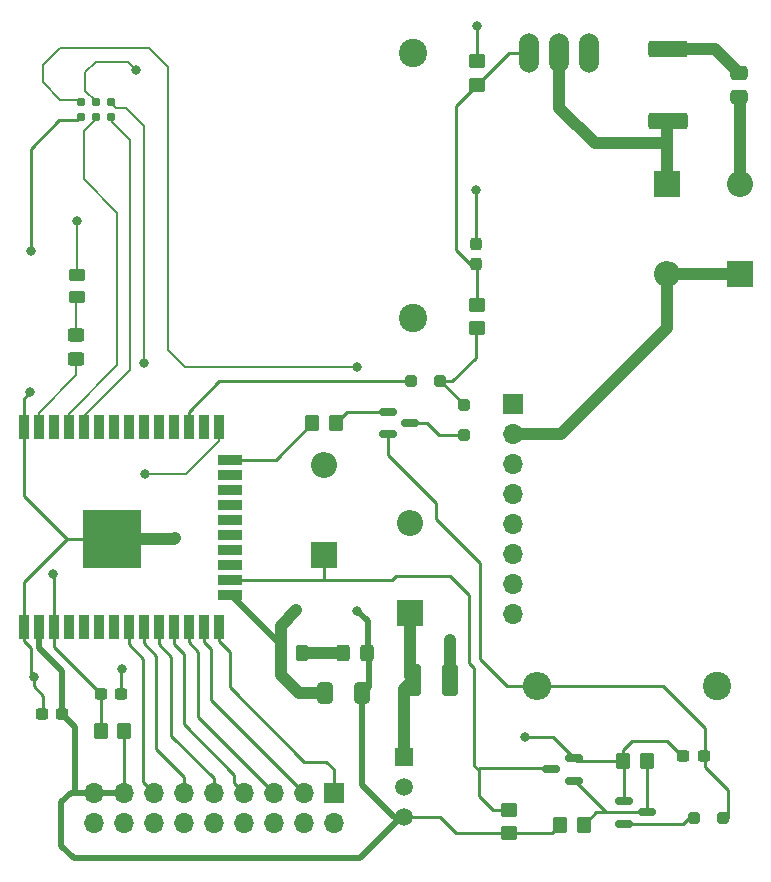
<source format=gtl>
G04 #@! TF.GenerationSoftware,KiCad,Pcbnew,(7.0.0-0)*
G04 #@! TF.CreationDate,2023-03-22T08:14:14+00:00*
G04 #@! TF.ProjectId,ESP_AC_CDI_1,4553505f-4143-45f4-9344-495f312e6b69,rev?*
G04 #@! TF.SameCoordinates,Original*
G04 #@! TF.FileFunction,Copper,L1,Top*
G04 #@! TF.FilePolarity,Positive*
%FSLAX46Y46*%
G04 Gerber Fmt 4.6, Leading zero omitted, Abs format (unit mm)*
G04 Created by KiCad (PCBNEW (7.0.0-0)) date 2023-03-22 08:14:14*
%MOMM*%
%LPD*%
G01*
G04 APERTURE LIST*
G04 Aperture macros list*
%AMRoundRect*
0 Rectangle with rounded corners*
0 $1 Rounding radius*
0 $2 $3 $4 $5 $6 $7 $8 $9 X,Y pos of 4 corners*
0 Add a 4 corners polygon primitive as box body*
4,1,4,$2,$3,$4,$5,$6,$7,$8,$9,$2,$3,0*
0 Add four circle primitives for the rounded corners*
1,1,$1+$1,$2,$3*
1,1,$1+$1,$4,$5*
1,1,$1+$1,$6,$7*
1,1,$1+$1,$8,$9*
0 Add four rect primitives between the rounded corners*
20,1,$1+$1,$2,$3,$4,$5,0*
20,1,$1+$1,$4,$5,$6,$7,0*
20,1,$1+$1,$6,$7,$8,$9,0*
20,1,$1+$1,$8,$9,$2,$3,0*%
G04 Aperture macros list end*
G04 #@! TA.AperFunction,SMDPad,CuDef*
%ADD10RoundRect,0.250000X-0.475000X0.337500X-0.475000X-0.337500X0.475000X-0.337500X0.475000X0.337500X0*%
G04 #@! TD*
G04 #@! TA.AperFunction,ComponentPad*
%ADD11O,2.200000X2.200000*%
G04 #@! TD*
G04 #@! TA.AperFunction,ComponentPad*
%ADD12R,2.200000X2.200000*%
G04 #@! TD*
G04 #@! TA.AperFunction,SMDPad,CuDef*
%ADD13RoundRect,0.249999X1.425001X-0.450001X1.425001X0.450001X-1.425001X0.450001X-1.425001X-0.450001X0*%
G04 #@! TD*
G04 #@! TA.AperFunction,SMDPad,CuDef*
%ADD14RoundRect,0.237500X-0.300000X-0.237500X0.300000X-0.237500X0.300000X0.237500X-0.300000X0.237500X0*%
G04 #@! TD*
G04 #@! TA.AperFunction,SMDPad,CuDef*
%ADD15RoundRect,0.237500X0.300000X0.237500X-0.300000X0.237500X-0.300000X-0.237500X0.300000X-0.237500X0*%
G04 #@! TD*
G04 #@! TA.AperFunction,SMDPad,CuDef*
%ADD16RoundRect,0.250000X0.250000X0.250000X-0.250000X0.250000X-0.250000X-0.250000X0.250000X-0.250000X0*%
G04 #@! TD*
G04 #@! TA.AperFunction,SMDPad,CuDef*
%ADD17RoundRect,0.250000X-0.250000X0.250000X-0.250000X-0.250000X0.250000X-0.250000X0.250000X0.250000X0*%
G04 #@! TD*
G04 #@! TA.AperFunction,SMDPad,CuDef*
%ADD18RoundRect,0.250000X-0.325000X-0.450000X0.325000X-0.450000X0.325000X0.450000X-0.325000X0.450000X0*%
G04 #@! TD*
G04 #@! TA.AperFunction,SMDPad,CuDef*
%ADD19RoundRect,0.250000X-0.350000X-0.450000X0.350000X-0.450000X0.350000X0.450000X-0.350000X0.450000X0*%
G04 #@! TD*
G04 #@! TA.AperFunction,SMDPad,CuDef*
%ADD20R,0.900000X2.000000*%
G04 #@! TD*
G04 #@! TA.AperFunction,SMDPad,CuDef*
%ADD21R,2.000000X0.900000*%
G04 #@! TD*
G04 #@! TA.AperFunction,SMDPad,CuDef*
%ADD22R,5.000000X5.000000*%
G04 #@! TD*
G04 #@! TA.AperFunction,ComponentPad*
%ADD23C,1.498600*%
G04 #@! TD*
G04 #@! TA.AperFunction,ComponentPad*
%ADD24R,1.498600X1.498600*%
G04 #@! TD*
G04 #@! TA.AperFunction,SMDPad,CuDef*
%ADD25RoundRect,0.250000X-0.412500X-1.100000X0.412500X-1.100000X0.412500X1.100000X-0.412500X1.100000X0*%
G04 #@! TD*
G04 #@! TA.AperFunction,SMDPad,CuDef*
%ADD26RoundRect,0.250000X0.350000X0.450000X-0.350000X0.450000X-0.350000X-0.450000X0.350000X-0.450000X0*%
G04 #@! TD*
G04 #@! TA.AperFunction,SMDPad,CuDef*
%ADD27RoundRect,0.250000X-0.450000X0.325000X-0.450000X-0.325000X0.450000X-0.325000X0.450000X0.325000X0*%
G04 #@! TD*
G04 #@! TA.AperFunction,ComponentPad*
%ADD28O,1.676400X3.352800*%
G04 #@! TD*
G04 #@! TA.AperFunction,SMDPad,CuDef*
%ADD29RoundRect,0.150000X0.587500X0.150000X-0.587500X0.150000X-0.587500X-0.150000X0.587500X-0.150000X0*%
G04 #@! TD*
G04 #@! TA.AperFunction,SMDPad,CuDef*
%ADD30RoundRect,0.250000X0.450000X-0.350000X0.450000X0.350000X-0.450000X0.350000X-0.450000X-0.350000X0*%
G04 #@! TD*
G04 #@! TA.AperFunction,SMDPad,CuDef*
%ADD31RoundRect,0.250000X-0.262500X-0.450000X0.262500X-0.450000X0.262500X0.450000X-0.262500X0.450000X0*%
G04 #@! TD*
G04 #@! TA.AperFunction,SMDPad,CuDef*
%ADD32RoundRect,0.250000X-0.450000X0.350000X-0.450000X-0.350000X0.450000X-0.350000X0.450000X0.350000X0*%
G04 #@! TD*
G04 #@! TA.AperFunction,ComponentPad*
%ADD33C,2.400000*%
G04 #@! TD*
G04 #@! TA.AperFunction,SMDPad,CuDef*
%ADD34RoundRect,0.150000X-0.587500X-0.150000X0.587500X-0.150000X0.587500X0.150000X-0.587500X0.150000X0*%
G04 #@! TD*
G04 #@! TA.AperFunction,ComponentPad*
%ADD35R,1.700000X1.700000*%
G04 #@! TD*
G04 #@! TA.AperFunction,ComponentPad*
%ADD36O,1.700000X1.700000*%
G04 #@! TD*
G04 #@! TA.AperFunction,ComponentPad*
%ADD37O,2.400000X2.400000*%
G04 #@! TD*
G04 #@! TA.AperFunction,SMDPad,CuDef*
%ADD38C,0.787400*%
G04 #@! TD*
G04 #@! TA.AperFunction,SMDPad,CuDef*
%ADD39RoundRect,0.237500X0.237500X-0.300000X0.237500X0.300000X-0.237500X0.300000X-0.237500X-0.300000X0*%
G04 #@! TD*
G04 #@! TA.AperFunction,SMDPad,CuDef*
%ADD40RoundRect,0.250000X-0.450000X0.262500X-0.450000X-0.262500X0.450000X-0.262500X0.450000X0.262500X0*%
G04 #@! TD*
G04 #@! TA.AperFunction,SMDPad,CuDef*
%ADD41RoundRect,0.250000X0.412500X0.650000X-0.412500X0.650000X-0.412500X-0.650000X0.412500X-0.650000X0*%
G04 #@! TD*
G04 #@! TA.AperFunction,ViaPad*
%ADD42C,0.800000*%
G04 #@! TD*
G04 #@! TA.AperFunction,Conductor*
%ADD43C,0.500000*%
G04 #@! TD*
G04 #@! TA.AperFunction,Conductor*
%ADD44C,0.250000*%
G04 #@! TD*
G04 #@! TA.AperFunction,Conductor*
%ADD45C,0.200000*%
G04 #@! TD*
G04 #@! TA.AperFunction,Conductor*
%ADD46C,1.000000*%
G04 #@! TD*
G04 APERTURE END LIST*
D10*
X226550000Y-85212500D03*
X226550000Y-87287500D03*
D11*
X226609999Y-94609999D03*
D12*
X226609999Y-102229999D03*
D13*
X220490000Y-83200000D03*
X220490000Y-89300000D03*
D12*
X220429999Y-94609999D03*
D11*
X220429999Y-102229999D03*
D12*
X191439999Y-125999999D03*
D11*
X191439999Y-118379999D03*
D14*
X172517500Y-137830000D03*
X174242500Y-137830000D03*
D15*
X169252500Y-139510000D03*
X167527500Y-139510000D03*
X223562500Y-143050000D03*
X221837500Y-143050000D03*
D16*
X201230000Y-111330000D03*
X198730000Y-111330000D03*
X225210000Y-148280000D03*
X222710000Y-148280000D03*
D12*
X198669999Y-130949999D03*
D11*
X198669999Y-123329999D03*
D17*
X203280000Y-113322500D03*
X203280000Y-115822500D03*
D18*
X193000000Y-134300000D03*
X195050000Y-134300000D03*
D19*
X211400000Y-148850000D03*
X213400000Y-148850000D03*
D20*
X165974999Y-132159999D03*
X167244999Y-132159999D03*
X168514999Y-132159999D03*
X169784999Y-132159999D03*
X171054999Y-132159999D03*
X172324999Y-132159999D03*
X173594999Y-132159999D03*
X174864999Y-132159999D03*
X176134999Y-132159999D03*
X177404999Y-132159999D03*
X178674999Y-132159999D03*
X179944999Y-132159999D03*
X181214999Y-132159999D03*
X182484999Y-132159999D03*
D21*
X183484999Y-129374999D03*
X183484999Y-128104999D03*
X183484999Y-126834999D03*
X183484999Y-125564999D03*
X183484999Y-124294999D03*
X183484999Y-123024999D03*
X183484999Y-121754999D03*
X183484999Y-120484999D03*
X183484999Y-119214999D03*
X183484999Y-117944999D03*
D20*
X182484999Y-115159999D03*
X181214999Y-115159999D03*
X179944999Y-115159999D03*
X178674999Y-115159999D03*
X177404999Y-115159999D03*
X176134999Y-115159999D03*
X174864999Y-115159999D03*
X173594999Y-115159999D03*
X172324999Y-115159999D03*
X171054999Y-115159999D03*
X169784999Y-115159999D03*
X168514999Y-115159999D03*
X167244999Y-115159999D03*
X165974999Y-115159999D03*
D22*
X173474999Y-124659999D03*
D23*
X198175000Y-148165000D03*
X198175000Y-145625000D03*
D24*
X198174999Y-143084999D03*
D25*
X198975000Y-136600000D03*
X202100000Y-136600000D03*
D26*
X218750000Y-143470000D03*
X216750000Y-143470000D03*
D27*
X170420000Y-107375000D03*
X170420000Y-109425000D03*
D28*
X211289999Y-83499999D03*
X213829999Y-83499999D03*
X208749999Y-83499999D03*
D29*
X212537500Y-145120000D03*
X212537500Y-143220000D03*
X210662500Y-144170000D03*
D30*
X207050000Y-149575000D03*
X207050000Y-147575000D03*
D31*
X187747500Y-134280000D03*
X189572500Y-134280000D03*
D32*
X204320000Y-104830000D03*
X204320000Y-106830000D03*
D33*
X198900000Y-83490000D03*
X198900000Y-105990000D03*
D34*
X216842500Y-146860000D03*
X216842500Y-148760000D03*
X218717500Y-147810000D03*
X196795000Y-113880000D03*
X196795000Y-115780000D03*
X198670000Y-114830000D03*
D35*
X192249999Y-146134999D03*
D36*
X192249999Y-148674999D03*
X189709999Y-146134999D03*
X189709999Y-148674999D03*
X187169999Y-146134999D03*
X187169999Y-148674999D03*
X184629999Y-146134999D03*
X184629999Y-148674999D03*
X182089999Y-146134999D03*
X182089999Y-148674999D03*
X179549999Y-146134999D03*
X179549999Y-148674999D03*
X177009999Y-146134999D03*
X177009999Y-148674999D03*
X174469999Y-146134999D03*
X174469999Y-148674999D03*
X171929999Y-146134999D03*
X171929999Y-148674999D03*
D33*
X224710000Y-137110000D03*
D37*
X209469999Y-137109999D03*
D26*
X192420000Y-114830000D03*
X190420000Y-114830000D03*
D38*
X170810000Y-88980000D03*
X170810000Y-87710000D03*
X172080000Y-88980000D03*
X172080000Y-87710000D03*
X173350000Y-88980000D03*
X173350000Y-87710000D03*
D39*
X204310000Y-99667500D03*
X204310000Y-101392500D03*
D35*
X207414999Y-113214999D03*
D36*
X207414999Y-115754999D03*
X207414999Y-118294999D03*
X207414999Y-120834999D03*
X207414999Y-123374999D03*
X207414999Y-125914999D03*
X207414999Y-128454999D03*
X207414999Y-130994999D03*
D40*
X170510000Y-102325000D03*
X170510000Y-104150000D03*
D41*
X194652500Y-137740000D03*
X191527500Y-137740000D03*
D26*
X174480000Y-140950000D03*
X172480000Y-140950000D03*
D30*
X204380000Y-86210000D03*
X204380000Y-84210000D03*
D42*
X175520000Y-84940000D03*
X170480000Y-97770000D03*
X166580000Y-100250000D03*
X166540000Y-112250000D03*
X208410000Y-141470000D03*
X204270000Y-95120000D03*
X204360000Y-81200000D03*
X194200000Y-130725000D03*
X168475000Y-127625000D03*
X176185000Y-109790000D03*
X176225000Y-119125000D03*
X174270000Y-135700000D03*
X194200000Y-110100000D03*
X166810000Y-136350000D03*
X178780000Y-124600000D03*
X202040000Y-133260000D03*
X189070000Y-130670000D03*
D43*
X169252500Y-139510000D02*
X169252500Y-135882500D01*
X169252500Y-135882500D02*
X167245000Y-133875000D01*
X167245000Y-133875000D02*
X167245000Y-132160000D01*
D44*
X166810000Y-137110000D02*
X167640000Y-137940000D01*
X167640000Y-137940000D02*
X167640000Y-139397500D01*
X166810000Y-136350000D02*
X166810000Y-137110000D01*
X167640000Y-139397500D02*
X167527500Y-139510000D01*
X165975000Y-133275000D02*
X166560000Y-133860000D01*
X166560000Y-136100000D02*
X166810000Y-136350000D01*
X165975000Y-132160000D02*
X165975000Y-133275000D01*
X166560000Y-133860000D02*
X166560000Y-136100000D01*
D43*
X170360000Y-146135000D02*
X171930000Y-146135000D01*
X170360000Y-146135000D02*
X170360000Y-140617500D01*
X169965000Y-146135000D02*
X170360000Y-146135000D01*
X170360000Y-140617500D02*
X169252500Y-139510000D01*
D44*
X172517500Y-137830000D02*
X172517500Y-140912500D01*
X172517500Y-140912500D02*
X172480000Y-140950000D01*
X174242500Y-137830000D02*
X174242500Y-135727500D01*
D45*
X174242500Y-135727500D02*
X174270000Y-135700000D01*
D44*
X168515000Y-133825000D02*
X169470000Y-134780000D01*
X168515000Y-132160000D02*
X168515000Y-133825000D01*
X169470000Y-134780000D02*
X169470000Y-134782500D01*
X169470000Y-134782500D02*
X172517500Y-137830000D01*
X174470000Y-146135000D02*
X174470000Y-140960000D01*
X174470000Y-140960000D02*
X174480000Y-140950000D01*
D45*
X194200000Y-110100000D02*
X179660000Y-110100000D01*
X179660000Y-110100000D02*
X178210000Y-108650000D01*
X178210000Y-108650000D02*
X178210000Y-84690000D01*
X178210000Y-84690000D02*
X176620000Y-83100000D01*
X167570000Y-84540000D02*
X167570000Y-86009283D01*
X176620000Y-83100000D02*
X169010000Y-83100000D01*
X169010000Y-83100000D02*
X167570000Y-84540000D01*
X167570000Y-86009283D02*
X169060417Y-87499700D01*
X169060417Y-87499700D02*
X170499700Y-87499700D01*
X170499700Y-87499700D02*
X170710000Y-87710000D01*
X172085717Y-84260000D02*
X174840000Y-84260000D01*
X174840000Y-84260000D02*
X175520000Y-84940000D01*
X171177550Y-85168167D02*
X171177550Y-86707550D01*
X172085717Y-84260000D02*
X171177550Y-85168167D01*
X171177550Y-86707550D02*
X172080000Y-87610000D01*
X176185000Y-109790000D02*
X176185000Y-89730565D01*
X173450000Y-87810000D02*
X173450000Y-87710000D01*
X176185000Y-89730565D02*
X174628735Y-88174300D01*
X173814300Y-88174300D02*
X173450000Y-87810000D01*
X174628735Y-88174300D02*
X173814300Y-88174300D01*
X171055000Y-115160000D02*
X171055000Y-114265000D01*
X174940000Y-90876435D02*
X173420711Y-89357146D01*
X171055000Y-114265000D02*
X174940000Y-110380000D01*
X174940000Y-110380000D02*
X174940000Y-90876435D01*
X173420711Y-89357146D02*
X173420711Y-89050711D01*
X169785000Y-115160000D02*
X169785000Y-114055000D01*
X169785000Y-114055000D02*
X173880000Y-109960000D01*
X171077450Y-94227450D02*
X171077450Y-90082550D01*
X173880000Y-109960000D02*
X173880000Y-97030000D01*
X173880000Y-97030000D02*
X171077450Y-94227450D01*
X171077450Y-90082550D02*
X172080000Y-89080000D01*
D44*
X166580000Y-100250000D02*
X166580000Y-91635362D01*
X166580000Y-91635362D02*
X169000062Y-89215300D01*
X170449700Y-89215300D02*
X170685000Y-88980000D01*
X169000062Y-89215300D02*
X170449700Y-89215300D01*
D45*
X170510000Y-97800000D02*
X170480000Y-97770000D01*
X170510000Y-102325000D02*
X170510000Y-97800000D01*
X170420000Y-107375000D02*
X170420000Y-104240000D01*
X170420000Y-104240000D02*
X170510000Y-104150000D01*
X167245000Y-115160000D02*
X167245000Y-113960000D01*
X167245000Y-113960000D02*
X170420000Y-110785000D01*
X170420000Y-110785000D02*
X170420000Y-109425000D01*
D44*
X165975000Y-112815000D02*
X166540000Y-112250000D01*
X165975000Y-115160000D02*
X165975000Y-112815000D01*
D43*
X194652500Y-137740000D02*
X195180000Y-137212500D01*
X195180000Y-137212500D02*
X195180000Y-134430000D01*
X195180000Y-134430000D02*
X195050000Y-134300000D01*
D44*
X210787500Y-141470000D02*
X208410000Y-141470000D01*
X212537500Y-143220000D02*
X210787500Y-141470000D01*
X196795000Y-115780000D02*
X196795000Y-117522500D01*
X196795000Y-117522500D02*
X200890000Y-121617500D01*
X201230000Y-111330000D02*
X201287500Y-111330000D01*
X201287500Y-111330000D02*
X203280000Y-113322500D01*
X200100000Y-114830000D02*
X201120000Y-115850000D01*
X201120000Y-115850000D02*
X203252500Y-115850000D01*
X203252500Y-115850000D02*
X203280000Y-115822500D01*
X198670000Y-114830000D02*
X200100000Y-114830000D01*
X192420000Y-114830000D02*
X193370000Y-113880000D01*
X193370000Y-113880000D02*
X196795000Y-113880000D01*
X183485000Y-117945000D02*
X187305000Y-117945000D01*
X187305000Y-117945000D02*
X190420000Y-114830000D01*
D46*
X198670000Y-130950000D02*
X198670000Y-136295000D01*
X198670000Y-136295000D02*
X198975000Y-136600000D01*
D44*
X198940000Y-136565000D02*
X198975000Y-136600000D01*
D46*
X220490000Y-83200000D02*
X224537500Y-83200000D01*
X224537500Y-83200000D02*
X226550000Y-85212500D01*
X207415000Y-115755000D02*
X211465000Y-115755000D01*
X211465000Y-115755000D02*
X220430000Y-106790000D01*
X220430000Y-106790000D02*
X220430000Y-102230000D01*
D44*
X204310000Y-95160000D02*
X204270000Y-95120000D01*
X204310000Y-99667500D02*
X204310000Y-95160000D01*
X204380000Y-81220000D02*
X204360000Y-81200000D01*
X204380000Y-84210000D02*
X204380000Y-81220000D01*
X204380000Y-86210000D02*
X207090000Y-83500000D01*
X207090000Y-83500000D02*
X208750000Y-83500000D01*
X203732500Y-101392500D02*
X202550000Y-100210000D01*
X204310000Y-101392500D02*
X203732500Y-101392500D01*
X202550000Y-100210000D02*
X202550000Y-88040000D01*
X202550000Y-88040000D02*
X204380000Y-86210000D01*
X204320000Y-104830000D02*
X204320000Y-101402500D01*
X204320000Y-101402500D02*
X204310000Y-101392500D01*
X202250000Y-111330000D02*
X204260000Y-109320000D01*
X204260000Y-106890000D02*
X204320000Y-106830000D01*
X201230000Y-111330000D02*
X202250000Y-111330000D01*
X204260000Y-109320000D02*
X204260000Y-106890000D01*
D46*
X211290000Y-88150000D02*
X214320000Y-91180000D01*
X211290000Y-83500000D02*
X211290000Y-88150000D01*
X220430000Y-94610000D02*
X220430000Y-91340000D01*
X220430000Y-91340000D02*
X220430000Y-89360000D01*
X214320000Y-91180000D02*
X220270000Y-91180000D01*
X220270000Y-91180000D02*
X220430000Y-91340000D01*
D43*
X226610000Y-87347500D02*
X226550000Y-87287500D01*
D46*
X226610000Y-94610000D02*
X226610000Y-87347500D01*
X220430000Y-102230000D02*
X226610000Y-102230000D01*
X220430000Y-89360000D02*
X220490000Y-89300000D01*
D44*
X183485000Y-128105000D02*
X191440000Y-128105000D01*
X191440000Y-128105000D02*
X197195000Y-128105000D01*
X191440000Y-126000000D02*
X191440000Y-128105000D01*
D43*
X194200000Y-130725000D02*
X195125000Y-131650000D01*
X195125000Y-131650000D02*
X195125000Y-134225000D01*
X195125000Y-134225000D02*
X195050000Y-134300000D01*
D46*
X189572500Y-134280000D02*
X192980000Y-134280000D01*
X192980000Y-134280000D02*
X193000000Y-134300000D01*
D44*
X215310000Y-147810000D02*
X214440000Y-147810000D01*
X214440000Y-147810000D02*
X213400000Y-148850000D01*
X207050000Y-149575000D02*
X210675000Y-149575000D01*
X210675000Y-149575000D02*
X211400000Y-148850000D01*
X223700000Y-143050000D02*
X223700000Y-144000000D01*
X223700000Y-144000000D02*
X225610000Y-145910000D01*
X225610000Y-145910000D02*
X225610000Y-148280000D01*
X220130000Y-137110000D02*
X223700000Y-140680000D01*
X223700000Y-140680000D02*
X223700000Y-143050000D01*
X217480000Y-141780000D02*
X220430000Y-141780000D01*
X220430000Y-141780000D02*
X221700000Y-143050000D01*
X168515000Y-127665000D02*
X168475000Y-127625000D01*
X168515000Y-132160000D02*
X168515000Y-127665000D01*
D45*
X179720000Y-119125000D02*
X176225000Y-119125000D01*
X182485000Y-116360000D02*
X179720000Y-119125000D01*
X182485000Y-115160000D02*
X182485000Y-116360000D01*
D43*
X171930000Y-146135000D02*
X174470000Y-146135000D01*
X169150000Y-146950000D02*
X169965000Y-146135000D01*
X198205000Y-147915000D02*
X194440000Y-151680000D01*
X194440000Y-151680000D02*
X170205000Y-151680000D01*
X170205000Y-151680000D02*
X169150000Y-150625000D01*
X169150000Y-150625000D02*
X169150000Y-146950000D01*
X194652500Y-137740000D02*
X194652500Y-145502500D01*
X194652500Y-145502500D02*
X197315000Y-148165000D01*
X197315000Y-148165000D02*
X198175000Y-148165000D01*
D44*
X204540000Y-146420000D02*
X205695000Y-147575000D01*
X205695000Y-147575000D02*
X207050000Y-147575000D01*
X201215000Y-148165000D02*
X202600000Y-149550000D01*
X198175000Y-148165000D02*
X201215000Y-148165000D01*
X202600000Y-149550000D02*
X207025000Y-149550000D01*
X207025000Y-149550000D02*
X207050000Y-149575000D01*
D46*
X198175000Y-143085000D02*
X198175000Y-137400000D01*
X198175000Y-137400000D02*
X198975000Y-136600000D01*
D44*
X218750000Y-143470000D02*
X218750000Y-147777500D01*
X212620000Y-145120000D02*
X212537500Y-145120000D01*
X215310000Y-147810000D02*
X212620000Y-145120000D01*
X218750000Y-147777500D02*
X218717500Y-147810000D01*
X215310000Y-147810000D02*
X218717500Y-147810000D01*
X200890000Y-123000000D02*
X204600000Y-126710000D01*
X204600000Y-134820000D02*
X206890000Y-137110000D01*
X209470000Y-137110000D02*
X220130000Y-137110000D01*
X206890000Y-137110000D02*
X209470000Y-137110000D01*
X200890000Y-121617500D02*
X200890000Y-123000000D01*
X204600000Y-126710000D02*
X204600000Y-134820000D01*
X203690000Y-129440000D02*
X203690000Y-135130000D01*
X205960000Y-144040000D02*
X210532500Y-144040000D01*
X204540000Y-144140000D02*
X204640000Y-144040000D01*
X197470000Y-127830000D02*
X202080000Y-127830000D01*
X204130000Y-143850000D02*
X204420000Y-144140000D01*
X204420000Y-144140000D02*
X204540000Y-144140000D01*
X204540000Y-144140000D02*
X204540000Y-146420000D01*
X202080000Y-127830000D02*
X203690000Y-129440000D01*
X204640000Y-144040000D02*
X205960000Y-144040000D01*
X197195000Y-128105000D02*
X197470000Y-127830000D01*
X203690000Y-135130000D02*
X204130000Y-135570000D01*
X204130000Y-135570000D02*
X204130000Y-143850000D01*
X210532500Y-144040000D02*
X210662500Y-144170000D01*
X216842500Y-148760000D02*
X221830000Y-148760000D01*
X221830000Y-148760000D02*
X222310000Y-148280000D01*
X165975000Y-128305000D02*
X169620000Y-124660000D01*
X169620000Y-124660000D02*
X165975000Y-121015000D01*
D46*
X178720000Y-124660000D02*
X178780000Y-124600000D01*
D44*
X169620000Y-124660000D02*
X173475000Y-124660000D01*
X216750000Y-143470000D02*
X216750000Y-142510000D01*
X165975000Y-121015000D02*
X165975000Y-115160000D01*
X216842500Y-143562500D02*
X216750000Y-143470000D01*
D46*
X173475000Y-124660000D02*
X178720000Y-124660000D01*
D44*
X216842500Y-146860000D02*
X216842500Y-143562500D01*
X216750000Y-143470000D02*
X212787500Y-143470000D01*
X212787500Y-143470000D02*
X212537500Y-143220000D01*
X165975000Y-132160000D02*
X165975000Y-128305000D01*
X216750000Y-142510000D02*
X217480000Y-141780000D01*
X182525000Y-111330000D02*
X198330000Y-111330000D01*
X179945000Y-113910000D02*
X182525000Y-111330000D01*
X179945000Y-115160000D02*
X179945000Y-113910000D01*
X183410000Y-137230000D02*
X189710000Y-143530000D01*
X192250000Y-144170000D02*
X192250000Y-146135000D01*
X191610000Y-143530000D02*
X192250000Y-144170000D01*
X189710000Y-143530000D02*
X191610000Y-143530000D01*
X182485000Y-133305000D02*
X183410000Y-134230000D01*
X182485000Y-132160000D02*
X182485000Y-133305000D01*
X183410000Y-134230000D02*
X183410000Y-137230000D01*
X181850000Y-134020000D02*
X181850000Y-138275000D01*
X181215000Y-133385000D02*
X181850000Y-134020000D01*
X181850000Y-138275000D02*
X189710000Y-146135000D01*
X181215000Y-132160000D02*
X181215000Y-133385000D01*
X179945000Y-133410000D02*
X179945000Y-132160000D01*
X180740000Y-134205000D02*
X179945000Y-133410000D01*
X180740000Y-139705000D02*
X180740000Y-134205000D01*
X187170000Y-146135000D02*
X180740000Y-139705000D01*
X178675000Y-133575000D02*
X179530000Y-134430000D01*
X183820000Y-144610000D02*
X183820000Y-145325000D01*
X179530000Y-140320000D02*
X183820000Y-144610000D01*
X178675000Y-132160000D02*
X178675000Y-133575000D01*
X179530000Y-134430000D02*
X179530000Y-140320000D01*
X183820000Y-145325000D02*
X184630000Y-146135000D01*
X182090000Y-144920000D02*
X182090000Y-146135000D01*
X178490000Y-134640000D02*
X178490000Y-141320000D01*
X178490000Y-141320000D02*
X182090000Y-144920000D01*
X177405000Y-132160000D02*
X177405000Y-133555000D01*
X177405000Y-133555000D02*
X178490000Y-134640000D01*
X176135000Y-132160000D02*
X176135000Y-133495000D01*
X179550000Y-144800000D02*
X179550000Y-146135000D01*
X177180000Y-142430000D02*
X179550000Y-144800000D01*
X176135000Y-133495000D02*
X177180000Y-134540000D01*
X177180000Y-134540000D02*
X177180000Y-142430000D01*
X176110000Y-145235000D02*
X177010000Y-146135000D01*
X176110000Y-134790000D02*
X176110000Y-145235000D01*
X174865000Y-132160000D02*
X174865000Y-133545000D01*
X174865000Y-133545000D02*
X176110000Y-134790000D01*
D43*
X194307500Y-137395000D02*
X194652500Y-137740000D01*
D46*
X187747500Y-134280000D02*
X187747500Y-133637500D01*
X202100000Y-133320000D02*
X202040000Y-133260000D01*
X187747500Y-133637500D02*
X187747500Y-131992500D01*
X187747500Y-136187500D02*
X189300000Y-137740000D01*
X202100000Y-136600000D02*
X202100000Y-133320000D01*
X189300000Y-137740000D02*
X191527500Y-137740000D01*
X187747500Y-134280000D02*
X187747500Y-136187500D01*
D43*
X183664511Y-129554511D02*
X183485000Y-129554511D01*
X187747500Y-133637500D02*
X183664511Y-129554511D01*
D46*
X187747500Y-131992500D02*
X189070000Y-130670000D01*
M02*

</source>
